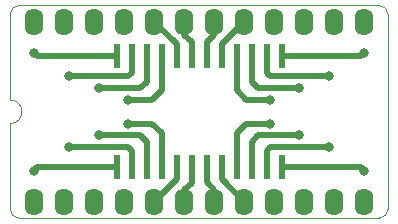
<source format=gtl>
G04 #@! TF.FileFunction,Copper,L1,Top,Signal*
%FSLAX46Y46*%
G04 Gerber Fmt 4.6, Leading zero omitted, Abs format (unit mm)*
G04 Created by KiCad (PCBNEW 4.0.2-4+6225~38~ubuntu15.10.1-stable) date Fri May 13 21:54:02 2016*
%MOMM*%
G01*
G04 APERTURE LIST*
%ADD10C,0.101600*%
%ADD11C,0.100000*%
%ADD12R,0.600000X2.000000*%
%ADD13O,1.600200X2.286000*%
%ADD14C,0.800000*%
%ADD15C,0.500000*%
G04 APERTURE END LIST*
D10*
D11*
X0Y8000000D02*
X0Y750000D01*
X0Y8000000D02*
G75*
G03X0Y10000000I0J1000000D01*
G01*
X32000000Y17250000D02*
G75*
G03X31250000Y18000000I-750000J0D01*
G01*
X0Y750000D02*
G75*
G03X750000Y0I750000J0D01*
G01*
X31250000Y0D02*
G75*
G03X32000000Y750000I0J750000D01*
G01*
X750000Y18000000D02*
G75*
G03X0Y17250000I0J-750000D01*
G01*
X0Y10000000D02*
X0Y17250000D01*
X31250000Y0D02*
X750000Y0D01*
X32000000Y17250000D02*
X32000000Y750000D01*
X750000Y18000000D02*
X31250000Y18000000D01*
D12*
X9015000Y4300000D03*
X10285000Y4300000D03*
X11555000Y4300000D03*
X12825000Y4300000D03*
X14095000Y4300000D03*
X15365000Y4300000D03*
X16635000Y4300000D03*
X17905000Y4300000D03*
X19175000Y4300000D03*
X20445000Y4300000D03*
X21715000Y4300000D03*
X22985000Y4300000D03*
X22985000Y13700000D03*
X21715000Y13700000D03*
X20445000Y13700000D03*
X19175000Y13700000D03*
X17905000Y13700000D03*
X16635000Y13700000D03*
X15365000Y13700000D03*
X14095000Y13700000D03*
X12825000Y13700000D03*
X11555000Y13700000D03*
X10285000Y13700000D03*
X9015000Y13700000D03*
D13*
X2030000Y1380000D03*
X4570000Y1380000D03*
X7110000Y1380000D03*
X9650000Y1380000D03*
X12190000Y1380000D03*
X14730000Y1380000D03*
X17270000Y1380000D03*
X19810000Y1380000D03*
X22350000Y1380000D03*
X24890000Y1380000D03*
X27430000Y1380000D03*
X29970000Y1380000D03*
X29970000Y16620000D03*
X27430000Y16620000D03*
X24890000Y16620000D03*
X22350000Y16620000D03*
X19810000Y16620000D03*
X17270000Y16620000D03*
X14730000Y16620000D03*
X12190000Y16620000D03*
X9650000Y16620000D03*
X7110000Y16620000D03*
X4570000Y16620000D03*
X2030000Y16620000D03*
D14*
X2000000Y4000000D03*
X5000000Y6000000D03*
X7500000Y7000000D03*
X10000000Y8000000D03*
X22000000Y8000000D03*
X24500000Y7000000D03*
X27000000Y6000000D03*
X30000000Y4000000D03*
X30000000Y14000000D03*
X27000000Y12000000D03*
X24500000Y11000000D03*
X22000000Y10000000D03*
X10000000Y10000000D03*
X7500000Y11000000D03*
X5000000Y12000000D03*
X2000000Y14000000D03*
D15*
X9015000Y4300000D02*
X2300000Y4300000D01*
X2300000Y4300000D02*
X2000000Y4000000D01*
X10285000Y4300000D02*
X10285000Y5715000D01*
X10000000Y6000000D02*
X5000000Y6000000D01*
X10285000Y5715000D02*
X10000000Y6000000D01*
X11555000Y4300000D02*
X11555000Y6445000D01*
X11000000Y7000000D02*
X7500000Y7000000D01*
X11555000Y6445000D02*
X11000000Y7000000D01*
X12825000Y4300000D02*
X12825000Y7175000D01*
X12000000Y8000000D02*
X10000000Y8000000D01*
X12825000Y7175000D02*
X12000000Y8000000D01*
X14095000Y4300000D02*
X14095000Y3285000D01*
X14095000Y3285000D02*
X12190000Y1380000D01*
X15365000Y4300000D02*
X15365000Y2985000D01*
X15365000Y2985000D02*
X14730000Y2350000D01*
X14730000Y2350000D02*
X14730000Y1380000D01*
X16635000Y4300000D02*
X16635000Y3015000D01*
X16635000Y3015000D02*
X17270000Y2380000D01*
X17270000Y2380000D02*
X17270000Y1380000D01*
X17905000Y4300000D02*
X17905000Y3285000D01*
X17905000Y3285000D02*
X19810000Y1380000D01*
X19175000Y4300000D02*
X19175000Y7175000D01*
X20000000Y8000000D02*
X22000000Y8000000D01*
X19175000Y7175000D02*
X20000000Y8000000D01*
X20445000Y4300000D02*
X20445000Y6445000D01*
X21000000Y7000000D02*
X24500000Y7000000D01*
X20445000Y6445000D02*
X21000000Y7000000D01*
X21715000Y4300000D02*
X21715000Y5715000D01*
X22000000Y6000000D02*
X27000000Y6000000D01*
X21715000Y5715000D02*
X22000000Y6000000D01*
X22985000Y4300000D02*
X29700000Y4300000D01*
X29700000Y4300000D02*
X30000000Y4000000D01*
X22985000Y13700000D02*
X29700000Y13700000D01*
X29700000Y13700000D02*
X30000000Y14000000D01*
X21715000Y13700000D02*
X21715000Y12285000D01*
X22000000Y12000000D02*
X27000000Y12000000D01*
X21715000Y12285000D02*
X22000000Y12000000D01*
X20445000Y13700000D02*
X20445000Y11555000D01*
X21000000Y11000000D02*
X24500000Y11000000D01*
X20445000Y11555000D02*
X21000000Y11000000D01*
X19175000Y13700000D02*
X19175000Y10825000D01*
X20000000Y10000000D02*
X22000000Y10000000D01*
X19175000Y10825000D02*
X20000000Y10000000D01*
X17905000Y13700000D02*
X17905000Y14715000D01*
X17905000Y14715000D02*
X19810000Y16620000D01*
X16635000Y13700000D02*
X16635000Y14885000D01*
X16635000Y14885000D02*
X17270000Y15520000D01*
X17270000Y15520000D02*
X17270000Y16620000D01*
X15365000Y13700000D02*
X15365000Y14885000D01*
X15365000Y14885000D02*
X14730000Y15520000D01*
X14730000Y15520000D02*
X14730000Y16620000D01*
X14095000Y13700000D02*
X14095000Y14715000D01*
X14095000Y14715000D02*
X12190000Y16620000D01*
X12825000Y13700000D02*
X12825000Y10825000D01*
X12000000Y10000000D02*
X10000000Y10000000D01*
X12825000Y10825000D02*
X12000000Y10000000D01*
X11555000Y13700000D02*
X11555000Y11555000D01*
X11000000Y11000000D02*
X7500000Y11000000D01*
X11555000Y11555000D02*
X11000000Y11000000D01*
X10285000Y13700000D02*
X10285000Y12285000D01*
X10000000Y12000000D02*
X5000000Y12000000D01*
X10285000Y12285000D02*
X10000000Y12000000D01*
X9015000Y13700000D02*
X2300000Y13700000D01*
X2300000Y13700000D02*
X2000000Y14000000D01*
M02*

</source>
